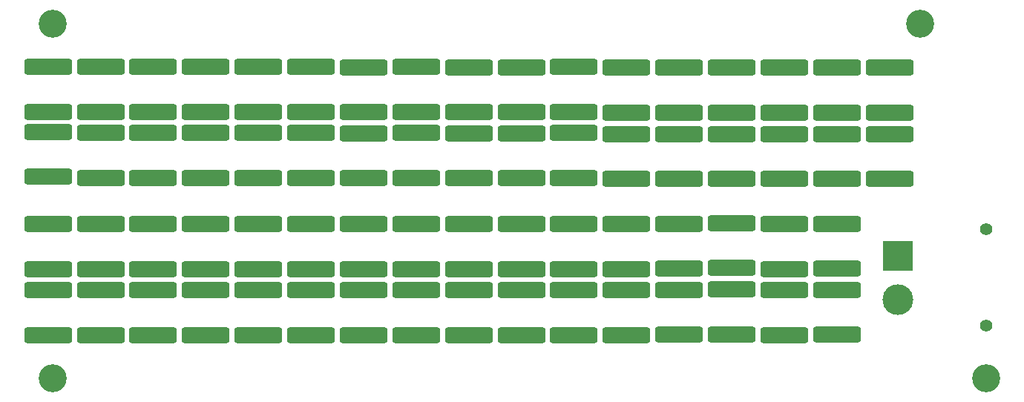
<source format=gbr>
%TF.GenerationSoftware,KiCad,Pcbnew,9.0.3*%
%TF.CreationDate,2025-08-25T21:51:57-05:00*%
%TF.ProjectId,Power-MocoBulkCapacitorPCB,506f7765-722d-44d6-9f63-6f42756c6b43,rev?*%
%TF.SameCoordinates,Original*%
%TF.FileFunction,Soldermask,Bot*%
%TF.FilePolarity,Negative*%
%FSLAX46Y46*%
G04 Gerber Fmt 4.6, Leading zero omitted, Abs format (unit mm)*
G04 Created by KiCad (PCBNEW 9.0.3) date 2025-08-25 21:51:57*
%MOMM*%
%LPD*%
G01*
G04 APERTURE LIST*
G04 Aperture macros list*
%AMRoundRect*
0 Rectangle with rounded corners*
0 $1 Rounding radius*
0 $2 $3 $4 $5 $6 $7 $8 $9 X,Y pos of 4 corners*
0 Add a 4 corners polygon primitive as box body*
4,1,4,$2,$3,$4,$5,$6,$7,$8,$9,$2,$3,0*
0 Add four circle primitives for the rounded corners*
1,1,$1+$1,$2,$3*
1,1,$1+$1,$4,$5*
1,1,$1+$1,$6,$7*
1,1,$1+$1,$8,$9*
0 Add four rect primitives between the rounded corners*
20,1,$1+$1,$2,$3,$4,$5,0*
20,1,$1+$1,$4,$5,$6,$7,0*
20,1,$1+$1,$6,$7,$8,$9,0*
20,1,$1+$1,$8,$9,$2,$3,0*%
G04 Aperture macros list end*
%ADD10C,3.200000*%
%ADD11RoundRect,0.250000X-2.450000X0.650000X-2.450000X-0.650000X2.450000X-0.650000X2.450000X0.650000X0*%
%ADD12RoundRect,0.250000X2.450000X-0.650000X2.450000X0.650000X-2.450000X0.650000X-2.450000X-0.650000X0*%
%ADD13C,1.400000*%
%ADD14R,3.500000X3.500000*%
%ADD15C,3.500000*%
G04 APERTURE END LIST*
D10*
%TO.C,REF\u002A\u002A*%
X204000000Y-42000000D03*
%TD*%
%TO.C,REF\u002A\u002A*%
X105000000Y-82500000D03*
%TD*%
%TO.C,REF\u002A\u002A*%
X105000000Y-42000000D03*
%TD*%
%TO.C,REF\u002A\u002A*%
X211500000Y-82500000D03*
%TD*%
D11*
%TO.C,C103*%
X188500000Y-47050000D03*
X188500000Y-52150000D03*
%TD*%
D12*
%TO.C,C69*%
X110500000Y-77550000D03*
X110500000Y-72450000D03*
%TD*%
D11*
%TO.C,C108*%
X176500000Y-54600000D03*
X176500000Y-59700000D03*
%TD*%
D12*
%TO.C,C98*%
X194500000Y-69950000D03*
X194500000Y-64850000D03*
%TD*%
D13*
%TO.C,J1*%
X211500000Y-76500000D03*
X211500000Y-65500000D03*
D14*
X201500000Y-68500000D03*
D15*
X201500000Y-73500000D03*
%TD*%
D12*
%TO.C,C90*%
X170500000Y-70000000D03*
X170500000Y-64900000D03*
%TD*%
D11*
%TO.C,C126*%
X122500000Y-54500000D03*
X122500000Y-59600000D03*
%TD*%
%TO.C,C110*%
X170500000Y-54600000D03*
X170500000Y-59700000D03*
%TD*%
D12*
%TO.C,C87*%
X164500000Y-77550000D03*
X164500000Y-72450000D03*
%TD*%
D11*
%TO.C,C118*%
X146500000Y-54500000D03*
X146500000Y-59600000D03*
%TD*%
D12*
%TO.C,C91*%
X176500000Y-77500000D03*
X176500000Y-72400000D03*
%TD*%
%TO.C,C80*%
X140500000Y-70000000D03*
X140500000Y-64900000D03*
%TD*%
D11*
%TO.C,C122*%
X134500000Y-54500000D03*
X134500000Y-59600000D03*
%TD*%
%TO.C,C111*%
X164500000Y-46950000D03*
X164500000Y-52050000D03*
%TD*%
D12*
%TO.C,C67*%
X104500000Y-77550000D03*
X104500000Y-72450000D03*
%TD*%
D11*
%TO.C,C127*%
X116500000Y-46950000D03*
X116500000Y-52050000D03*
%TD*%
D12*
%TO.C,C93*%
X182500000Y-77450000D03*
X182500000Y-72350000D03*
%TD*%
D11*
%TO.C,C123*%
X128500000Y-46950000D03*
X128500000Y-52050000D03*
%TD*%
D12*
%TO.C,C70*%
X110500000Y-70000000D03*
X110500000Y-64900000D03*
%TD*%
%TO.C,C96*%
X188500000Y-70000000D03*
X188500000Y-64900000D03*
%TD*%
D11*
%TO.C,C119*%
X140500000Y-47000000D03*
X140500000Y-52100000D03*
%TD*%
D12*
%TO.C,C75*%
X128500000Y-77550000D03*
X128500000Y-72450000D03*
%TD*%
D11*
%TO.C,C106*%
X182500000Y-54600000D03*
X182500000Y-59700000D03*
%TD*%
%TO.C,C101*%
X194500000Y-47050000D03*
X194500000Y-52150000D03*
%TD*%
%TO.C,C113*%
X158500000Y-47000000D03*
X158500000Y-52100000D03*
%TD*%
D12*
%TO.C,C95*%
X188500000Y-77550000D03*
X188500000Y-72450000D03*
%TD*%
D11*
%TO.C,C120*%
X140500000Y-54550000D03*
X140500000Y-59650000D03*
%TD*%
%TO.C,C131*%
X104500000Y-46950000D03*
X104500000Y-52050000D03*
%TD*%
%TO.C,C109*%
X170500000Y-47050000D03*
X170500000Y-52150000D03*
%TD*%
%TO.C,C121*%
X134500000Y-46950000D03*
X134500000Y-52050000D03*
%TD*%
D12*
%TO.C,C81*%
X146500000Y-77550000D03*
X146500000Y-72450000D03*
%TD*%
D11*
%TO.C,C105*%
X182500000Y-47050000D03*
X182500000Y-52150000D03*
%TD*%
%TO.C,C129*%
X110500000Y-46950000D03*
X110500000Y-52050000D03*
%TD*%
%TO.C,C114*%
X158500000Y-54550000D03*
X158500000Y-59650000D03*
%TD*%
D12*
%TO.C,C84*%
X152500000Y-70000000D03*
X152500000Y-64900000D03*
%TD*%
%TO.C,C97*%
X194500000Y-77500000D03*
X194500000Y-72400000D03*
%TD*%
%TO.C,C72*%
X116500000Y-70000000D03*
X116500000Y-64900000D03*
%TD*%
%TO.C,C88*%
X164500000Y-70000000D03*
X164500000Y-64900000D03*
%TD*%
%TO.C,C82*%
X146500000Y-70000000D03*
X146500000Y-64900000D03*
%TD*%
D11*
%TO.C,C112*%
X164500000Y-54500000D03*
X164500000Y-59600000D03*
%TD*%
%TO.C,C117*%
X146500000Y-46950000D03*
X146500000Y-52050000D03*
%TD*%
D12*
%TO.C,C89*%
X170500000Y-77550000D03*
X170500000Y-72450000D03*
%TD*%
D11*
%TO.C,C115*%
X152500000Y-47000000D03*
X152500000Y-52100000D03*
%TD*%
%TO.C,C99*%
X200500000Y-47050000D03*
X200500000Y-52150000D03*
%TD*%
D12*
%TO.C,C76*%
X128500000Y-70000000D03*
X128500000Y-64900000D03*
%TD*%
%TO.C,C83*%
X152500000Y-77550000D03*
X152500000Y-72450000D03*
%TD*%
D11*
%TO.C,C116*%
X152500000Y-54550000D03*
X152500000Y-59650000D03*
%TD*%
%TO.C,C128*%
X116500000Y-54500000D03*
X116500000Y-59600000D03*
%TD*%
D12*
%TO.C,C85*%
X158500000Y-77550000D03*
X158500000Y-72450000D03*
%TD*%
D11*
%TO.C,C124*%
X128500000Y-54500000D03*
X128500000Y-59600000D03*
%TD*%
%TO.C,C107*%
X176500000Y-47050000D03*
X176500000Y-52150000D03*
%TD*%
%TO.C,C102*%
X194500000Y-54600000D03*
X194500000Y-59700000D03*
%TD*%
D12*
%TO.C,C86*%
X158500000Y-70000000D03*
X158500000Y-64900000D03*
%TD*%
%TO.C,C74*%
X122500000Y-70000000D03*
X122500000Y-64900000D03*
%TD*%
%TO.C,C78*%
X134500000Y-70000000D03*
X134500000Y-64900000D03*
%TD*%
%TO.C,C71*%
X116500000Y-77550000D03*
X116500000Y-72450000D03*
%TD*%
%TO.C,C73*%
X122500000Y-77550000D03*
X122500000Y-72450000D03*
%TD*%
%TO.C,C79*%
X140500000Y-77550000D03*
X140500000Y-72450000D03*
%TD*%
%TO.C,C77*%
X134500000Y-77550000D03*
X134500000Y-72450000D03*
%TD*%
D11*
%TO.C,C130*%
X110500000Y-54500000D03*
X110500000Y-59600000D03*
%TD*%
%TO.C,C104*%
X188500000Y-54600000D03*
X188500000Y-59700000D03*
%TD*%
%TO.C,C100*%
X200500000Y-54600000D03*
X200500000Y-59700000D03*
%TD*%
%TO.C,C132*%
X104500000Y-54350000D03*
X104500000Y-59450000D03*
%TD*%
D12*
%TO.C,C94*%
X182500000Y-69900000D03*
X182500000Y-64800000D03*
%TD*%
%TO.C,C68*%
X104500000Y-70000000D03*
X104500000Y-64900000D03*
%TD*%
%TO.C,C92*%
X176500000Y-69950000D03*
X176500000Y-64850000D03*
%TD*%
D11*
%TO.C,C125*%
X122500000Y-46950000D03*
X122500000Y-52050000D03*
%TD*%
M02*

</source>
